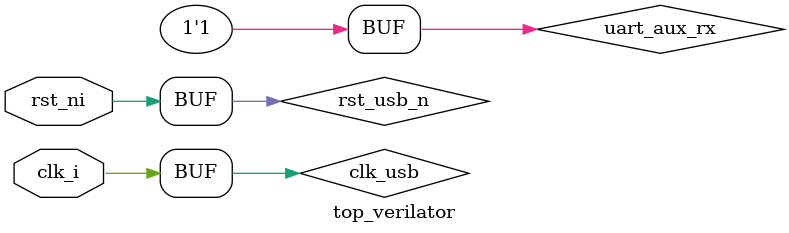
<source format=sv>

module top_verilator (input logic clk_i, rst_ni);
  parameter bit DisableHyperram = 1'b0;

  localparam ClockFrequency = 30_000_000;
  localparam BaudRate       = 921_600;
  localparam EnableCHERI    = 1'b1;

  logic uart_sys_rx, uart_sys_tx;

  logic uart_aux_rx, uart_aux_tx;
  assign uart_aux_rx = 1'b1;

  logic scl0_o, scl0_oe;
  logic sda0_o, sda0_oe;

  logic scl1_o, scl1_oe;
  logic sda1_o, sda1_oe;

  // Nothing else driving the buses at present.
  wire scl0 = scl0_oe ? scl0_o : 1'b1;
  wire scl1 = scl1_oe ? scl0_o : 1'b1;
  wire sda0 = sda0_oe ? sda0_o : 1'b1;
  wire sda1 = sda1_oe ? sda1_o : 1'b1;

  wire unused_ = ^{scl0_o, scl0_oe, sda0_o, sda0_oe,
                   scl1_o, scl1_oe, sda1_o, sda1_oe,
                   uart_aux_tx};

  // Simplified clocking scheme for simulations.
  wire clk_usb   = clk_i;
  wire rst_usb_n = rst_ni;

  // Instantiating the Sonata System.
  sonata_system #(
    .DisableHyperram(DisableHyperram)
  ) u_sonata_system (
    // Main system clock and reset
    .clk_sys_i      (clk_i),
    .rst_sys_ni     (rst_ni),

    // USB device clock and reset
    .clk_usb_i      (clk_usb),
    .rst_usb_ni     (rst_usb_n),

    // SRAM model used for hyperram so no hyperram clock is provided
    .clk_hr_i   (1'b0),
    .clk_hr90p_i(1'b0),
    .clk_hr3x_i (1'b0),

    .gp_i     (0),
    .gp_o     ( ),
    .pwm_o    ( ),
    .rp_gp_i  (0),
    .rp_gp_o  ( ),
    .ard_gp_i (0),
    .ard_gp_o ( ),
    .pmod_gp_i(0),
    .pmod_gp_o( ),

    // UART 0 TX and RX
    .uart0_rx_i     (uart_sys_rx),
    .uart0_tx_o     (uart_sys_tx),

    // UART 1 TX and RX
    .uart1_rx_i     (uart_aux_rx),
    .uart1_tx_o     (uart_aux_tx),

    .uart2_rx_i     (),
    .uart2_tx_o     (),

    .uart3_rx_i     (),
    .uart3_tx_o     (),

    .uart4_rx_i     (),
    .uart4_tx_o     (),

    .spi_flash_rx_i (0),
    .spi_flash_tx_o ( ),
    .spi_flash_sck_o( ),

    .spi_lcd_rx_i (0),
    .spi_lcd_tx_o ( ),
    .spi_lcd_sck_o( ),

    .spi_eth_rx_i  (0),
    .spi_eth_tx_o  ( ),
    .spi_eth_sck_o ( ),
    .spi_eth_irq_ni(1'b1),

    .spi_rp0_rx_i (0),
    .spi_rp0_tx_o ( ),
    .spi_rp0_sck_o( ),

    .spi_rp1_rx_i (0),
    .spi_rp1_tx_o ( ),
    .spi_rp1_sck_o( ),

    .spi_ard_rx_i (0),
    .spi_ard_tx_o ( ),
    .spi_ard_sck_o( ),

    .spi_mkr_rx_i (0),
    .spi_mkr_tx_o ( ),
    .spi_mkr_sck_o( ),

    .cheri_en_i (EnableCHERI),
    // CHERI output
    .cheri_err_o(),
    .cheri_en_o (),

    // I2C bus 0
    .i2c0_scl_i     (scl0),
    .i2c0_scl_o     (scl0_o),
    .i2c0_scl_en_o  (scl0_oe),
    .i2c0_sda_i     (sda0),
    .i2c0_sda_o     (sda0_o),
    .i2c0_sda_en_o  (sda0_oe),

    // I2C bus 1
    .i2c1_scl_i     (scl1),
    .i2c1_scl_o     (scl1_o),
    .i2c1_scl_en_o  (scl1_oe),
    .i2c1_sda_i     (sda1),
    .i2c1_sda_o     (sda1_o),
    .i2c1_sda_en_o  (sda1_oe),

    // Reception from USB host via transceiver
    .usb_dp_i         (1'b0),
    .usb_dn_i         (1'b0),
    .usb_rx_d_i       (1'b0),

    // Transmission to USB host via transceiver
    .usb_dp_o         (),
    .usb_dp_en_o      (),
    .usb_dn_o         (),
    .usb_dn_en_o      (),

    // Configuration and control of USB transceiver
    .usb_sense_i      (1'b0),
    .usb_dp_pullup_o  (),
    .usb_dn_pullup_o  (),
    .usb_rx_enable_o  (),

    // User JTAG
    .tck_i  ('0),
    .tms_i  ('0),
    .trst_ni(rst_ni),
    .td_i   ('0),
    .td_o   (),

    .rgbled_dout_o (),

    // SRAM model used for hyperram so don't connect hyperram IO
    .hyperram_dq  (),
    .hyperram_rwds(),
    .hyperram_ckp (),
    .hyperram_ckn (),
    .hyperram_nrst(),
    .hyperram_cs  ()
  );

  // Virtual UART
  uartdpi #(
    .BAUD ( BaudRate       ),
    .FREQ ( ClockFrequency )
  ) u_uartdpi (
    .clk_i,
    .rst_ni,
    .active(1'b1       ),
    .tx_o  (uart_sys_rx),
    .rx_i  (uart_sys_tx)
  );
endmodule

</source>
